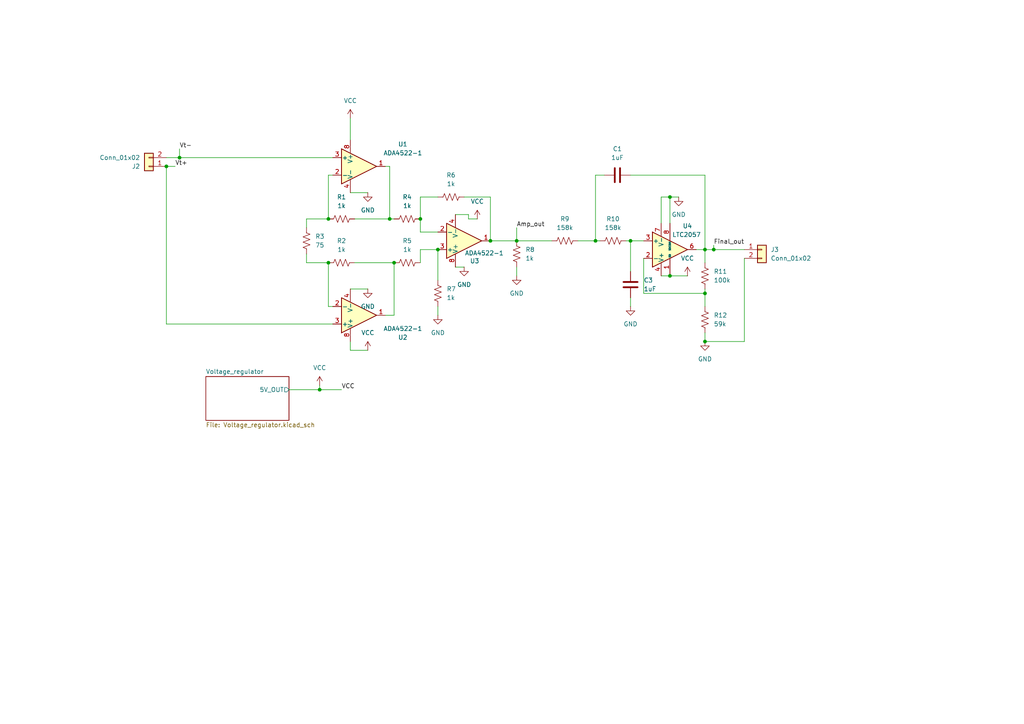
<source format=kicad_sch>
(kicad_sch (version 20250114) (generator "eeschema") (generator_version "9.0")
  (paper "A4")
  (title_block (title "Project 0 - Amplificador de Instrumentação (Termopar)") (date "10/10/2025") (rev "V1") (company "Ehmke"))
  (lib_symbols
    (symbol "ADA4528-1:ADA4528-1" (pin_names (offset 0.127))
      (property "Reference" "U3" (at 3.048 5.842 0))
      (property "Value" "ADA4522-1" (at 5.842 3.556 0))
      (symbol "ADA4528-1_0_1"
        (polyline (pts (xy -5.08 5.08) (xy 5.08 0) (xy -5.08 -5.08) (xy -5.08 5.08)) (stroke (width 0.254)) (fill (type background)))
      )
      (symbol "ADA4528-1_1_1"
        (pin input line (at -7.62 2.54 0) (length 2.54) (name "+") (number "3"))
        (pin input line (at -7.62 -2.54 0) (length 2.54) (name "-") (number "2"))
        (pin power_in line (at -2.54 7.62 270) (length 3.81) (name "V+") (number "8"))
        (pin no_connect line (at -2.54 2.54 270) (length 2.54) (hide yes) (name "NC") (number "1"))
        (pin power_in line (at -2.54 -7.62 90) (length 3.81) (name "V-") (number "4"))
        (pin no_connect line (at 0 2.54 270) (length 2.54) (hide yes) (name "NC") (number "5"))
        (pin no_connect line (at 0 -2.54 90) (length 2.54) (hide yes) (name "NC") (number "8"))
        (pin output line (at 7.62 0 180) (length 2.54) (name "~") (number "1"))
      )
    )
    (symbol "ADA4528-1_1" (pin_names (offset 0.127))
      (property "Reference" "U1" (at 12.7 6.4202 0))
      (property "Value" "ADA4522-1" (at 12.7 3.8802 0))
      (symbol "ADA4528-1_1_0_1"
        (polyline (pts (xy -5.08 5.08) (xy 5.08 0) (xy -5.08 -5.08) (xy -5.08 5.08)) (stroke (width 0.254)) (fill (type background)))
      )
      (symbol "ADA4528-1_1_1_1"
        (pin input line (at -7.62 2.54 0) (length 2.54) (name "+") (number "3"))
        (pin input line (at -7.62 -2.54 0) (length 2.54) (name "-") (number "2"))
        (pin power_in line (at -2.54 7.62 270) (length 3.81) (name "V+") (number "8"))
        (pin no_connect line (at -2.54 2.54 270) (length 2.54) (hide yes) (name "NC") (number "1"))
        (pin power_in line (at -2.54 -7.62 90) (length 3.81) (name "V-") (number "4"))
        (pin no_connect line (at 0 2.54 270) (length 2.54) (hide yes) (name "NC") (number "5"))
        (pin no_connect line (at 0 -2.54 90) (length 2.54) (hide yes) (name "NC") (number "8"))
        (pin output line (at 7.62 0 180) (length 2.54) (name "~") (number "1"))
      )
    )
    (symbol "ADA4528-1_2" (pin_names (offset 0.127))
      (property "Reference" "U2" (at 12.7 6.4202 0))
      (property "Value" "ADA4522-1" (at 12.7 3.8802 0))
      (symbol "ADA4528-1_2_0_1"
        (polyline (pts (xy -5.08 5.08) (xy 5.08 0) (xy -5.08 -5.08) (xy -5.08 5.08)) (stroke (width 0.254)) (fill (type background)))
      )
      (symbol "ADA4528-1_2_1_1"
        (pin input line (at -7.62 2.54 0) (length 2.54) (name "+") (number "3"))
        (pin input line (at -7.62 -2.54 0) (length 2.54) (name "-") (number "2"))
        (pin power_in line (at -2.54 7.62 270) (length 3.81) (name "V+") (number "8"))
        (pin no_connect line (at -2.54 2.54 270) (length 2.54) (hide yes) (name "NC") (number "1"))
        (pin power_in line (at -2.54 -7.62 90) (length 3.81) (name "V-") (number "4"))
        (pin no_connect line (at 0 2.54 270) (length 2.54) (hide yes) (name "NC") (number "5"))
        (pin no_connect line (at 0 -2.54 90) (length 2.54) (hide yes) (name "NC") (number "8"))
        (pin output line (at 7.62 0 180) (length 2.54) (name "~") (number "1"))
      )
    )
    (symbol "Connector_Generic:Conn_01x02" (pin_names (offset 1.016) (hide yes))
      (property "Reference" "J" (at 0 2.54 0))
      (property "Value" "Conn_01x02" (at 0 -5.08 0))
      (symbol "Conn_01x02_1_1"
        (rectangle (start -1.27 1.27) (end 1.27 -3.81) (stroke (width 0.254)) (fill (type background)))
        (rectangle (start -1.27 0.127) (end 0 -0.127) (stroke (width 0.1524)))
        (rectangle (start -1.27 -2.413) (end 0 -2.667) (stroke (width 0.1524)))
        (pin passive line (at -5.08 0 0) (length 3.81) (name "Pin_1") (number "1"))
        (pin passive line (at -5.08 -2.54 0) (length 3.81) (name "Pin_2") (number "2"))
      )
    )
    (symbol "Device:C" (pin_numbers (hide yes)) (pin_names (offset 0.254))
      (property "Reference" "C" (at 0.635 2.54 0))
      (property "Value" "C" (at 0.635 -2.54 0))
      (symbol "C_0_1"
        (polyline (pts (xy -2.032 0.762) (xy 2.032 0.762)) (stroke (width 0.508)))
        (polyline (pts (xy -2.032 -0.762) (xy 2.032 -0.762)) (stroke (width 0.508)))
      )
      (symbol "C_1_1"
        (pin passive line (at 0 3.81 270) (length 2.794) (name "~") (number "1"))
        (pin passive line (at 0 -3.81 90) (length 2.794) (name "~") (number "2"))
      )
    )
    (symbol "Device:R_US" (pin_numbers (hide yes)) (pin_names (offset 0))
      (property "Reference" "R" (at 2.54 0 90))
      (property "Value" "R_US" (at -2.54 0 90))
      (symbol "R_US_0_1"
        (polyline (pts (xy 0 2.286) (xy 0 2.54)))
        (polyline (pts (xy 0 2.286) (xy 1.016 1.905) (xy 0 1.524) (xy -1.016 1.143) (xy 0 0.762)))
        (polyline (pts (xy 0 0.762) (xy 1.016 0.381) (xy 0 0) (xy -1.016 -0.381) (xy 0 -0.762)))
        (polyline (pts (xy 0 -0.762) (xy 1.016 -1.143) (xy 0 -1.524) (xy -1.016 -1.905) (xy 0 -2.286)))
        (polyline (pts (xy 0 -2.286) (xy 0 -2.54)))
      )
      (symbol "R_US_1_1"
        (pin passive line (at 0 3.81 270) (length 1.27) (name "~") (number "1"))
        (pin passive line (at 0 -3.81 90) (length 1.27) (name "~") (number "2"))
      )
    )
    (symbol "LTC2057:LTC2057" (pin_names (offset 0.127))
      (property "Reference" "U4" (at 5.08 6.858 0))
      (property "Value" "LTC2057" (at 4.826 4.318 0))
      (symbol "LTC2057_0_1"
        (polyline (pts (xy -5.08 5.08) (xy 5.08 0) (xy -5.08 -5.08) (xy -5.08 5.08)) (stroke (width 0.254)) (fill (type background)))
      )
      (symbol "LTC2057_1_1"
        (pin input line (at -7.62 2.54 0) (length 2.54) (name "+") (number "3"))
        (pin input line (at -7.62 -2.54 0) (length 2.54) (name "-") (number "2"))
        (pin power_in line (at -2.54 7.62 270) (length 3.81) (name "V-") (number "7"))
        (pin power_in line (at -2.54 -7.62 90) (length 3.81) (name "V+") (number "4"))
        (pin passive line (at 0 7.62 270) (length 5.08) (name "SDCOM") (number "8"))
        (pin passive line (at 0 -7.62 90) (length 5.08) (name "SD") (number "1"))
        (pin output line (at 7.62 0 180) (length 2.54) (name "~") (number "6"))
      )
    )
    (symbol "power:GND" (power) (pin_numbers (hide yes)) (pin_names (offset 0) (hide yes))
      (property "Value" "GND" (at 0 -3.81 0))
      (symbol "GND_0_1"
        (polyline (pts (xy 0 0) (xy 0 -1.27) (xy 1.27 -1.27) (xy 0 -2.54) (xy -1.27 -1.27) (xy 0 -1.27)))
      )
      (symbol "GND_1_1"
        (pin power_in line (at 0 0 270) (length 0) (name "~") (number "1"))
      )
    )
    (symbol "power:VCC" (power) (pin_numbers (hide yes)) (pin_names (offset 0) (hide yes))
      (property "Value" "VCC" (at 0 3.556 0))
      (symbol "VCC_0_1"
        (polyline (pts (xy -0.762 1.27) (xy 0 2.54)))
        (polyline (pts (xy 0 2.54) (xy 0.762 1.27)))
        (polyline (pts (xy 0 0) (xy 0 2.54)))
      )
      (symbol "VCC_1_1"
        (pin power_in line (at 0 0 90) (length 0) (name "~") (number "1"))
      )
    )
  )
  (junction (at 207.01 72.39))
  (junction (at 95.25 76.2))
  (junction (at 194.31 57.15))
  (junction (at 113.03 63.5))
  (junction (at 149.86 69.85))
  (junction (at 182.88 69.85))
  (junction (at 127 72.39))
  (junction (at 204.47 85.09))
  (junction (at 142.24 69.85))
  (junction (at 92.71 113.03))
  (junction (at 52.07 45.72))
  (junction (at 194.31 80.01))
  (junction (at 204.47 72.39))
  (junction (at 121.92 63.5))
  (junction (at 48.26 48.26))
  (junction (at 95.25 63.5))
  (junction (at 204.47 99.06))
  (junction (at 172.72 69.85))
  (junction (at 114.3 76.2))
  (wire (pts (xy 182.88 86.36) (xy 182.88 88.9)))
  (wire (pts (xy 204.47 72.39) (xy 204.47 76.2)))
  (wire (pts (xy 182.88 50.8) (xy 204.47 50.8)))
  (wire (pts (xy 95.25 50.8) (xy 95.25 63.5)))
  (wire (pts (xy 149.86 77.47) (xy 149.86 80.01)))
  (wire (pts (xy 207.01 72.39) (xy 215.9 72.39)))
  (wire (pts (xy 132.08 77.47) (xy 134.62 77.47)))
  (wire (pts (xy 121.92 57.15) (xy 127 57.15)))
  (wire (pts (xy 52.07 43.18) (xy 52.07 45.72)))
  (wire (pts (xy 149.86 69.85) (xy 160.02 69.85)))
  (wire (pts (xy 101.6 34.29) (xy 101.6 40.64)))
  (wire (pts (xy 134.62 57.15) (xy 142.24 57.15)))
  (wire (pts (xy 96.52 88.9) (xy 95.25 88.9)))
  (wire (pts (xy 182.88 69.85) (xy 186.69 69.85)))
  (wire (pts (xy 194.31 57.15) (xy 196.85 57.15)))
  (wire (pts (xy 194.31 57.15) (xy 194.31 64.77)))
  (wire (pts (xy 149.86 66.04) (xy 149.86 69.85)))
  (wire (pts (xy 121.92 76.2) (xy 121.92 72.39)))
  (wire (pts (xy 135.89 62.23) (xy 135.89 63.5)))
  (wire (pts (xy 101.6 99.06) (xy 101.6 101.6)))
  (wire (pts (xy 101.6 101.6) (xy 106.68 101.6)))
  (wire (pts (xy 101.6 83.82) (xy 106.68 83.82)))
  (wire (pts (xy 101.6 55.88) (xy 106.68 55.88)))
  (wire (pts (xy 113.03 63.5) (xy 114.3 63.5)))
  (wire (pts (xy 48.26 93.98) (xy 96.52 93.98)))
  (wire (pts (xy 135.89 63.5) (xy 138.43 63.5)))
  (wire (pts (xy 142.24 69.85) (xy 149.86 69.85)))
  (wire (pts (xy 204.47 50.8) (xy 204.47 72.39)))
  (wire (pts (xy 191.77 80.01) (xy 194.31 80.01)))
  (wire (pts (xy 182.88 69.85) (xy 182.88 78.74)))
  (wire (pts (xy 121.92 67.31) (xy 127 67.31)))
  (wire (pts (xy 48.26 45.72) (xy 52.07 45.72)))
  (wire (pts (xy 175.26 50.8) (xy 172.72 50.8)))
  (wire (pts (xy 191.77 57.15) (xy 194.31 57.15)))
  (wire (pts (xy 88.9 66.04) (xy 88.9 63.5)))
  (wire (pts (xy 172.72 69.85) (xy 173.99 69.85)))
  (wire (pts (xy 172.72 50.8) (xy 172.72 69.85)))
  (wire (pts (xy 102.87 63.5) (xy 113.03 63.5)))
  (wire (pts (xy 88.9 73.66) (xy 88.9 76.2)))
  (wire (pts (xy 102.87 76.2) (xy 114.3 76.2)))
  (wire (pts (xy 181.61 69.85) (xy 182.88 69.85)))
  (wire (pts (xy 204.47 72.39) (xy 207.01 72.39)))
  (wire (pts (xy 167.64 69.85) (xy 172.72 69.85)))
  (wire (pts (xy 207.01 71.12) (xy 207.01 72.39)))
  (wire (pts (xy 121.92 63.5) (xy 121.92 57.15)))
  (wire (pts (xy 95.25 76.2) (xy 95.25 88.9)))
  (wire (pts (xy 204.47 83.82) (xy 204.47 85.09)))
  (wire (pts (xy 52.07 45.72) (xy 96.52 45.72)))
  (wire (pts (xy 204.47 85.09) (xy 204.47 88.9)))
  (wire (pts (xy 121.92 72.39) (xy 127 72.39)))
  (wire (pts (xy 215.9 74.93) (xy 215.9 99.06)))
  (wire (pts (xy 204.47 96.52) (xy 204.47 99.06)))
  (wire (pts (xy 48.26 48.26) (xy 50.8 48.26)))
  (wire (pts (xy 113.03 63.5) (xy 113.03 48.26)))
  (wire (pts (xy 204.47 72.39) (xy 201.93 72.39)))
  (wire (pts (xy 186.69 85.09) (xy 204.47 85.09)))
  (wire (pts (xy 127 88.9) (xy 127 91.44)))
  (wire (pts (xy 88.9 63.5) (xy 95.25 63.5)))
  (wire (pts (xy 114.3 91.44) (xy 111.76 91.44)))
  (wire (pts (xy 127 72.39) (xy 127 81.28)))
  (wire (pts (xy 132.08 62.23) (xy 135.89 62.23)))
  (wire (pts (xy 194.31 80.01) (xy 199.39 80.01)))
  (wire (pts (xy 114.3 76.2) (xy 114.3 91.44)))
  (wire (pts (xy 186.69 74.93) (xy 186.69 85.09)))
  (wire (pts (xy 191.77 64.77) (xy 191.77 57.15)))
  (wire (pts (xy 96.52 50.8) (xy 95.25 50.8)))
  (wire (pts (xy 83.82 113.03) (xy 92.71 113.03)))
  (wire (pts (xy 92.71 111.76) (xy 92.71 113.03)))
  (wire (pts (xy 204.47 99.06) (xy 215.9 99.06)))
  (wire (pts (xy 48.26 48.26) (xy 48.26 93.98)))
  (wire (pts (xy 92.71 113.03) (xy 99.06 113.03)))
  (wire (pts (xy 121.92 63.5) (xy 121.92 67.31)))
  (wire (pts (xy 113.03 48.26) (xy 111.76 48.26)))
  (wire (pts (xy 142.24 57.15) (xy 142.24 69.85)))
  (wire (pts (xy 88.9 76.2) (xy 95.25 76.2)))
  (label "Vt-" (at 52.07 43.18 0))
  (label "Final_out" (at 207.01 71.12 0))
  (label "Amp_out" (at 149.86 66.04 0))
  (label "Vt+" (at 50.8 48.26 0))
  (label "VCC" (at 99.06 113.03 0))
  (symbol (lib_id "Device:R_US") (at 118.11 76.2 90) (unit 1)
    (property "Reference" "R5" (at 118.11 69.85 90))
    (property "Value" "1k" (at 118.11 72.39 90))
    (property "Footprint" "Resistor_SMD:R_0603_1608Metric" (effects (hide yes)))
    (property "Description" "Resistor, US symbol" (effects (hide yes)))
  )
  (symbol (lib_id "power:GND") (at 106.68 55.88 0) (unit 1)
    (property "Reference" "#PWR02" (effects (hide yes)))
    (property "Value" "GND" (at 106.68 60.96 0))
    (property "Description" "Power symbol creates a global label with name \"GND\" , ground" (effects (hide yes)))
  )
  (symbol (lib_id "Device:R_US") (at 88.9 69.85 0) (unit 1)
    (property "Reference" "R3" (at 91.44 68.5799 0) (effects (justify left)))
    (property "Value" "75" (at 91.44 71.1199 0) (effects (justify left)))
    (property "Footprint" "Resistor_SMD:R_0603_1608Metric" (effects (hide yes)))
    (property "Description" "Resistor, US symbol" (effects (hide yes)))
  )
  (symbol (lib_id "power:GND") (at 127 91.44 0) (unit 1)
    (property "Reference" "#PWR04" (effects (hide yes)))
    (property "Value" "GND" (at 127 96.52 0))
    (property "Description" "Power symbol creates a global label with name \"GND\" , ground" (effects (hide yes)))
  )
  (symbol (lib_id "power:GND") (at 204.47 99.06 0) (unit 1)
    (property "Reference" "#PWR08" (effects (hide yes)))
    (property "Value" "GND" (at 204.47 104.14 0))
    (property "Description" "Power symbol creates a global label with name \"GND\" , ground" (effects (hide yes)))
  )
  (symbol (lib_id "Device:R_US") (at 130.81 57.15 90) (unit 1)
    (property "Reference" "R6" (at 130.81 50.8 90))
    (property "Value" "1k" (at 130.81 53.34 90))
    (property "Footprint" "Resistor_SMD:R_0603_1608Metric" (effects (hide yes)))
    (property "Description" "Resistor, US symbol" (effects (hide yes)))
  )
  (symbol (lib_id "Device:R_US") (at 163.83 69.85 270) (unit 1)
    (property "Reference" "R9" (at 163.83 63.5 90))
    (property "Value" "158k" (at 163.83 66.04 90))
    (property "Footprint" "Resistor_SMD:R_1206_3216Metric" (effects (hide yes)))
    (property "Description" "Resistor, US symbol" (effects (hide yes)))
  )
  (symbol (lib_id "power:GND") (at 106.68 83.82 0) (unit 1)
    (property "Reference" "#PWR01" (effects (hide yes)))
    (property "Value" "GND" (at 106.68 88.9 0))
    (property "Description" "Power symbol creates a global label with name \"GND\" , ground" (effects (hide yes)))
  )
  (symbol (lib_id "power:VCC") (at 138.43 63.5 0) (unit 1)
    (property "Reference" "#PWR013" (effects (hide yes)))
    (property "Value" "VCC" (at 138.43 58.42 0))
    (property "Description" "Power symbol creates a global label with name \"VCC\"" (effects (hide yes)))
  )
  (symbol (lib_id "Device:R_US") (at 127 85.09 180) (unit 1)
    (property "Reference" "R7" (at 129.54 83.8199 0) (effects (justify right)))
    (property "Value" "1k" (at 129.54 86.3599 0) (effects (justify right)))
    (property "Footprint" "Resistor_SMD:R_0603_1608Metric" (effects (hide yes)))
    (property "Description" "Resistor, US symbol" (effects (hide yes)))
  )
  (symbol (lib_id "LTC2057:LTC2057") (at 194.31 72.39 0) (unit 1)
    (property "Reference" "U4" (at 199.39 65.532 0))
    (property "Value" "LTC2057" (at 199.136 68.072 0))
    (property "Footprint" "Package_SO:MSOP-8-1EP_3x3mm_P0.65mm_EP2.5x3mm_Mask1.73x2.36mm" (effects (hide yes)))
    (property "Datasheet" "http://www.intersil.com/content/dam/intersil/documents/ca31/ca3130-a.pdf" (effects (hide yes)))
    (property "Description" "15MHz, BiMOS Operational Amplifier with MOSFET Input/CMOS Output, DIP-8/SOIC-8" (effects (hide yes)))
  )
  (symbol (lib_id "Device:R_US") (at 118.11 63.5 90) (unit 1)
    (property "Reference" "R4" (at 118.11 57.15 90))
    (property "Value" "1k" (at 118.11 59.69 90))
    (property "Footprint" "Resistor_SMD:R_0603_1608Metric" (effects (hide yes)))
    (property "Description" "Resistor, US symbol" (effects (hide yes)))
  )
  (symbol (lib_id "Device:R_US") (at 204.47 80.01 0) (unit 1)
    (property "Reference" "R11" (at 207.01 78.7399 0) (effects (justify left)))
    (property "Value" "100k" (at 207.01 81.2799 0) (effects (justify left)))
    (property "Footprint" "Resistor_SMD:R_0402_1005Metric" (effects (hide yes)))
    (property "Description" "Resistor, US symbol" (effects (hide yes)))
  )
  (symbol (lib_name "ADA4528-1_2") (lib_id "ADA4528-1:ADA4528-1") (at 104.14 91.44 0) (mirror x) (unit 1)
    (property "Reference" "U2" (at 116.84 97.8602 0))
    (property "Value" "ADA4522-1" (at 116.84 95.3202 0))
    (property "Footprint" "Package_SO:MSOP-8-1EP_3x3mm_P0.65mm_EP1.5x1.8mm" (effects (hide yes)))
    (property "Datasheet" "https://www.analog.com/media/en/technical-documentation/data-sheets/ADA4528-1_4528-2.pdf" (effects (hide yes)))
    (property "Description" "Precision, Ultralow Noise, RRIO," (effects (hide yes)))
  )
  (symbol (lib_id "Device:C") (at 179.07 50.8 90) (unit 1)
    (property "Reference" "C1" (at 179.07 43.18 90))
    (property "Value" "1uF" (at 179.07 45.72 90))
    (property "Footprint" "Capacitor_THT:C_Rect_L7.2mm_W2.5mm_P5.00mm_FKS2_FKP2_MKS2_MKP2" (effects (hide yes)))
    (property "Description" "Unpolarized capacitor" (effects (hide yes)))
  )
  (symbol (lib_id "ADA4528-1:ADA4528-1") (at 134.62 69.85 0) (mirror x) (unit 1)
    (property "Reference" "U3" (at 137.668 75.692 0))
    (property "Value" "ADA4522-1" (at 140.462 73.406 0))
    (property "Footprint" "Package_SO:MSOP-8-1EP_3x3mm_P0.65mm_EP1.5x1.8mm" (effects (hide yes)))
    (property "Datasheet" "https://www.analog.com/media/en/technical-documentation/data-sheets/ADA4528-1_4528-2.pdf" (effects (hide yes)))
    (property "Description" "Precision, Ultralow Noise, RRIO," (effects (hide yes)))
  )
  (symbol (lib_id "power:VCC") (at 199.39 80.01 0) (unit 1)
    (property "Reference" "#PWR014" (effects (hide yes)))
    (property "Value" "VCC" (at 199.39 74.93 0))
    (property "Description" "Power symbol creates a global label with name \"VCC\"" (effects (hide yes)))
  )
  (symbol (lib_id "power:VCC") (at 92.71 111.76 0) (unit 1)
    (property "Reference" "#PWR010" (effects (hide yes)))
    (property "Value" "VCC" (at 92.71 106.68 0))
    (property "Description" "Power symbol creates a global label with name \"VCC\"" (effects (hide yes)))
  )
  (symbol (lib_name "ADA4528-1_1") (lib_id "ADA4528-1:ADA4528-1") (at 104.14 48.26 0) (unit 1)
    (property "Reference" "U1" (at 116.84 41.8398 0))
    (property "Value" "ADA4522-1" (at 116.84 44.3798 0))
    (property "Footprint" "Package_SO:MSOP-8-1EP_3x3mm_P0.65mm_EP1.5x1.8mm" (effects (hide yes)))
    (property "Datasheet" "https://www.analog.com/media/en/technical-documentation/data-sheets/ADA4528-1_4528-2.pdf" (effects (hide yes)))
    (property "Description" "Precision, Ultralow Noise, RRIO," (effects (hide yes)))
  )
  (symbol (lib_id "Device:R_US") (at 99.06 76.2 90) (unit 1)
    (property "Reference" "R2" (at 99.06 69.85 90))
    (property "Value" "1k" (at 99.06 72.39 90))
    (property "Footprint" "Resistor_SMD:R_0603_1608Metric" (effects (hide yes)))
    (property "Description" "Resistor, US symbol" (effects (hide yes)))
  )
  (symbol (lib_id "power:VCC") (at 101.6 34.29 0) (unit 1)
    (property "Reference" "#PWR012" (effects (hide yes)))
    (property "Value" "VCC" (at 101.6 29.21 0))
    (property "Description" "Power symbol creates a global label with name \"VCC\"" (effects (hide yes)))
  )
  (symbol (lib_id "power:VCC") (at 106.68 101.6 0) (unit 1)
    (property "Reference" "#PWR011" (effects (hide yes)))
    (property "Value" "VCC" (at 106.68 96.52 0))
    (property "Description" "Power symbol creates a global label with name \"VCC\"" (effects (hide yes)))
  )
  (symbol (lib_id "power:GND") (at 182.88 88.9 0) (unit 1)
    (property "Reference" "#PWR05" (effects (hide yes)))
    (property "Value" "GND" (at 182.88 93.98 0))
    (property "Description" "Power symbol creates a global label with name \"GND\" , ground" (effects (hide yes)))
  )
  (symbol (lib_id "Device:C") (at 182.88 82.55 0) (unit 1)
    (property "Reference" "C3" (at 186.69 81.2799 0) (effects (justify left)))
    (property "Value" "1uF" (at 186.69 83.8199 0) (effects (justify left)))
    (property "Footprint" "Capacitor_THT:C_Rect_L7.2mm_W2.5mm_P5.00mm_FKS2_FKP2_MKS2_MKP2" (effects (hide yes)))
    (property "Description" "Unpolarized capacitor" (effects (hide yes)))
  )
  (symbol (lib_id "power:GND") (at 134.62 77.47 0) (unit 1)
    (property "Reference" "#PWR03" (effects (hide yes)))
    (property "Value" "GND" (at 134.62 82.55 0))
    (property "Description" "Power symbol creates a global label with name \"GND\" , ground" (effects (hide yes)))
  )
  (symbol (lib_id "Connector_Generic:Conn_01x02") (at 220.98 72.39 0) (unit 1)
    (property "Reference" "J3" (at 223.52 72.3899 0) (effects (justify left)))
    (property "Value" "Conn_01x02" (at 223.52 74.9299 0) (effects (justify left)))
    (property "Footprint" "Connector_Phoenix_MSTB:PhoenixContact_MSTBA_2,5_2-G-5,08_1x02_P5.08mm_Horizontal" (effects (hide yes)))
    (property "Description" "Generic connector, single row, 01x02, script generated (kicad-library-utils/schlib/autogen/connector/)" (effects (hide yes)))
  )
  (symbol (lib_id "Device:R_US") (at 204.47 92.71 0) (unit 1)
    (property "Reference" "R12" (at 207.01 91.4399 0) (effects (justify left)))
    (property "Value" "59k" (at 207.01 93.9799 0) (effects (justify left)))
    (property "Footprint" "Resistor_SMD:R_1206_3216Metric" (effects (hide yes)))
    (property "Description" "Resistor, US symbol" (effects (hide yes)))
  )
  (symbol (lib_id "power:GND") (at 196.85 57.15 0) (unit 1)
    (property "Reference" "#PWR07" (effects (hide yes)))
    (property "Value" "GND" (at 196.85 62.23 0))
    (property "Description" "Power symbol creates a global label with name \"GND\" , ground" (effects (hide yes)))
  )
  (symbol (lib_id "Device:R_US") (at 149.86 73.66 180) (unit 1)
    (property "Reference" "R8" (at 152.4 72.3899 0) (effects (justify right)))
    (property "Value" "1k" (at 152.4 74.9299 0) (effects (justify right)))
    (property "Footprint" "Resistor_SMD:R_1206_3216Metric" (effects (hide yes)))
    (property "Description" "Resistor, US symbol" (effects (hide yes)))
  )
  (symbol (lib_id "Connector_Generic:Conn_01x02") (at 43.18 48.26 180) (unit 1)
    (property "Reference" "J2" (at 40.64 48.2601 0) (effects (justify left)))
    (property "Value" "Conn_01x02" (at 40.64 45.7201 0) (effects (justify left)))
    (property "Footprint" "Connector_Phoenix_MSTB:PhoenixContact_MSTBA_2,5_2-G-5,08_1x02_P5.08mm_Horizontal" (effects (hide yes)))
    (property "Description" "Generic connector, single row, 01x02, script generated (kicad-library-utils/schlib/autogen/connector/)" (effects (hide yes)))
  )
  (symbol (lib_id "Device:R_US") (at 177.8 69.85 270) (unit 1)
    (property "Reference" "R10" (at 177.8 63.5 90))
    (property "Value" "158k" (at 177.8 66.04 90))
    (property "Footprint" "Resistor_SMD:R_1206_3216Metric" (effects (hide yes)))
    (property "Description" "Resistor, US symbol" (effects (hide yes)))
  )
  (symbol (lib_id "power:GND") (at 149.86 80.01 0) (unit 1)
    (property "Reference" "#PWR06" (effects (hide yes)))
    (property "Value" "GND" (at 149.86 85.09 0))
    (property "Description" "Power symbol creates a global label with name \"GND\" , ground" (effects (hide yes)))
  )
  (symbol (lib_id "Device:R_US") (at 99.06 63.5 90) (unit 1)
    (property "Reference" "R1" (at 99.06 57.15 90))
    (property "Value" "1k" (at 99.06 59.69 90))
    (property "Footprint" "Resistor_SMD:R_0603_1608Metric" (effects (hide yes)))
    (property "Description" "Resistor, US symbol" (effects (hide yes)))
  )
  (sheet (at 59.69 109.22) (size 24.13 12.7) (stroke (width 0.1524))
    (property "Sheetname" "Voltage_regulator" (at 59.69 108.5084 0) (effects (justify left bottom)))
    (property "Sheetfile" "Voltage_regulator.kicad_sch" (at 59.69 122.5046 0) (effects (justify left top)))
    (pin "5V_OUT" output (at 83.82 113.03 0))
  )
)
</source>
